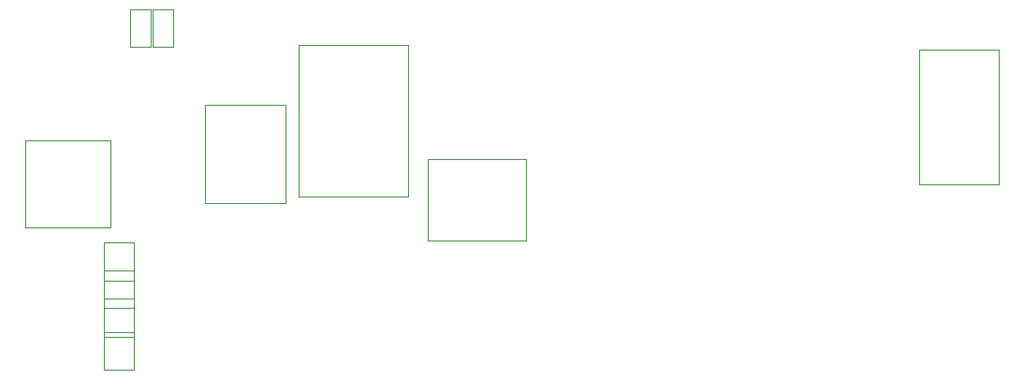
<source format=gbr>
%TF.GenerationSoftware,Altium Limited,Altium Designer,23.4.1 (23)*%
G04 Layer_Color=32896*
%FSLAX45Y45*%
%MOMM*%
%TF.SameCoordinates,D6ADF24A-3376-43E2-8D1E-8FFFCD63A60F*%
%TF.FilePolarity,Positive*%
%TF.FileFunction,Other,Test_Points_Bottom*%
%TF.Part,Single*%
G01*
G75*
%TA.AperFunction,NonConductor*%
%ADD120C,0.10000*%
%ADD123C,0.05000*%
D120*
X9018000Y2441000D02*
Y3661000D01*
X8298100Y2441000D02*
X9018000D01*
X8298100D02*
Y3661000D01*
X9018000D01*
X207000Y2052500D02*
X981700D01*
Y2839900D01*
X207000Y2052500D02*
Y2839900D01*
X981700D01*
X2679000Y3706000D02*
X3674000D01*
X2679000Y2336000D02*
Y3706000D01*
Y2336000D02*
X3674000D01*
Y3706000D01*
D123*
X1547500Y3689501D02*
Y4024500D01*
X1362500Y3689500D02*
X1547500Y3689501D01*
X1362500Y3689500D02*
Y4024500D01*
X1547500D01*
X3854500Y2668000D02*
X4739500D01*
Y1938000D02*
Y2668000D01*
X3854500Y1938000D02*
X4739500D01*
X3854500D02*
Y2668000D01*
X921100Y1067100D02*
X1191100D01*
Y1407100D01*
X921100D02*
X1191100D01*
X921100Y1067100D02*
Y1407100D01*
X922500Y766101D02*
X1192500D01*
X1192500Y1106100D01*
X922500D02*
X1192500D01*
X922500Y766101D02*
Y1106100D01*
X1157500Y4023500D02*
X1342500Y4023500D01*
X1157500Y3688500D02*
Y4023500D01*
Y3688500D02*
X1342500Y3688500D01*
Y4023500D01*
X920100Y1575100D02*
X1190100Y1575100D01*
Y1915100D01*
X920100D02*
X1190100D01*
X920100Y1575100D02*
Y1915100D01*
X1832000Y2274500D02*
X2562000D01*
Y3159500D01*
X1832000D02*
X2562000D01*
X1832000Y2274500D02*
Y3159500D01*
X921100Y1322100D02*
Y1662100D01*
X1191100D01*
Y1322100D02*
Y1662100D01*
X921100Y1322100D02*
X1191100D01*
%TF.MD5,a4ef512dc3afc9f098dcbb985a545e99*%
M02*

</source>
